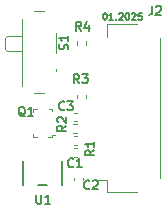
<source format=gbr>
%TF.GenerationSoftware,KiCad,Pcbnew,(6.0.5-0)*%
%TF.CreationDate,2025-01-27T20:14:51-05:00*%
%TF.ProjectId,PICOGAUGEADAPTER,5049434f-4741-4554-9745-414441505445,rev?*%
%TF.SameCoordinates,Original*%
%TF.FileFunction,Legend,Top*%
%TF.FilePolarity,Positive*%
%FSLAX46Y46*%
G04 Gerber Fmt 4.6, Leading zero omitted, Abs format (unit mm)*
G04 Created by KiCad (PCBNEW (6.0.5-0)) date 2025-01-27 20:14:51*
%MOMM*%
%LPD*%
G01*
G04 APERTURE LIST*
%ADD10C,0.130000*%
%ADD11C,0.190000*%
%ADD12C,0.100000*%
%ADD13C,0.120000*%
%ADD14C,0.152400*%
G04 APERTURE END LIST*
D10*
X157980000Y-83687857D02*
X158034285Y-83687857D01*
X158088571Y-83715000D01*
X158115714Y-83742142D01*
X158142857Y-83796428D01*
X158170000Y-83905000D01*
X158170000Y-84040714D01*
X158142857Y-84149285D01*
X158115714Y-84203571D01*
X158088571Y-84230714D01*
X158034285Y-84257857D01*
X157980000Y-84257857D01*
X157925714Y-84230714D01*
X157898571Y-84203571D01*
X157871428Y-84149285D01*
X157844285Y-84040714D01*
X157844285Y-83905000D01*
X157871428Y-83796428D01*
X157898571Y-83742142D01*
X157925714Y-83715000D01*
X157980000Y-83687857D01*
X158712857Y-84257857D02*
X158387142Y-84257857D01*
X158550000Y-84257857D02*
X158550000Y-83687857D01*
X158495714Y-83769285D01*
X158441428Y-83823571D01*
X158387142Y-83850714D01*
X158957142Y-84203571D02*
X158984285Y-84230714D01*
X158957142Y-84257857D01*
X158930000Y-84230714D01*
X158957142Y-84203571D01*
X158957142Y-84257857D01*
X159201428Y-83742142D02*
X159228571Y-83715000D01*
X159282857Y-83687857D01*
X159418571Y-83687857D01*
X159472857Y-83715000D01*
X159500000Y-83742142D01*
X159527142Y-83796428D01*
X159527142Y-83850714D01*
X159500000Y-83932142D01*
X159174285Y-84257857D01*
X159527142Y-84257857D01*
X159880000Y-83687857D02*
X159934285Y-83687857D01*
X159988571Y-83715000D01*
X160015714Y-83742142D01*
X160042857Y-83796428D01*
X160070000Y-83905000D01*
X160070000Y-84040714D01*
X160042857Y-84149285D01*
X160015714Y-84203571D01*
X159988571Y-84230714D01*
X159934285Y-84257857D01*
X159880000Y-84257857D01*
X159825714Y-84230714D01*
X159798571Y-84203571D01*
X159771428Y-84149285D01*
X159744285Y-84040714D01*
X159744285Y-83905000D01*
X159771428Y-83796428D01*
X159798571Y-83742142D01*
X159825714Y-83715000D01*
X159880000Y-83687857D01*
X160287142Y-83742142D02*
X160314285Y-83715000D01*
X160368571Y-83687857D01*
X160504285Y-83687857D01*
X160558571Y-83715000D01*
X160585714Y-83742142D01*
X160612857Y-83796428D01*
X160612857Y-83850714D01*
X160585714Y-83932142D01*
X160260000Y-84257857D01*
X160612857Y-84257857D01*
X161128571Y-83687857D02*
X160857142Y-83687857D01*
X160830000Y-83959285D01*
X160857142Y-83932142D01*
X160911428Y-83905000D01*
X161047142Y-83905000D01*
X161101428Y-83932142D01*
X161128571Y-83959285D01*
X161155714Y-84013571D01*
X161155714Y-84149285D01*
X161128571Y-84203571D01*
X161101428Y-84230714D01*
X161047142Y-84257857D01*
X160911428Y-84257857D01*
X160857142Y-84230714D01*
X160830000Y-84203571D01*
D11*
%TO.C,Q1*%
X151247619Y-92446190D02*
X151175238Y-92410000D01*
X151102857Y-92337619D01*
X150994285Y-92229047D01*
X150921904Y-92192857D01*
X150849523Y-92192857D01*
X150885714Y-92373809D02*
X150813333Y-92337619D01*
X150740952Y-92265238D01*
X150704761Y-92120476D01*
X150704761Y-91867142D01*
X150740952Y-91722380D01*
X150813333Y-91650000D01*
X150885714Y-91613809D01*
X151030476Y-91613809D01*
X151102857Y-91650000D01*
X151175238Y-91722380D01*
X151211428Y-91867142D01*
X151211428Y-92120476D01*
X151175238Y-92265238D01*
X151102857Y-92337619D01*
X151030476Y-92373809D01*
X150885714Y-92373809D01*
X151935238Y-92373809D02*
X151500952Y-92373809D01*
X151718095Y-92373809D02*
X151718095Y-91613809D01*
X151645714Y-91722380D01*
X151573333Y-91794761D01*
X151500952Y-91830952D01*
%TO.C,R4*%
X155983333Y-85183809D02*
X155730000Y-84821904D01*
X155549047Y-85183809D02*
X155549047Y-84423809D01*
X155838571Y-84423809D01*
X155910952Y-84460000D01*
X155947142Y-84496190D01*
X155983333Y-84568571D01*
X155983333Y-84677142D01*
X155947142Y-84749523D01*
X155910952Y-84785714D01*
X155838571Y-84821904D01*
X155549047Y-84821904D01*
X156634761Y-84677142D02*
X156634761Y-85183809D01*
X156453809Y-84387619D02*
X156272857Y-84930476D01*
X156743333Y-84930476D01*
%TO.C,R3*%
X155833333Y-89623809D02*
X155580000Y-89261904D01*
X155399047Y-89623809D02*
X155399047Y-88863809D01*
X155688571Y-88863809D01*
X155760952Y-88900000D01*
X155797142Y-88936190D01*
X155833333Y-89008571D01*
X155833333Y-89117142D01*
X155797142Y-89189523D01*
X155760952Y-89225714D01*
X155688571Y-89261904D01*
X155399047Y-89261904D01*
X156086666Y-88863809D02*
X156557142Y-88863809D01*
X156303809Y-89153333D01*
X156412380Y-89153333D01*
X156484761Y-89189523D01*
X156520952Y-89225714D01*
X156557142Y-89298095D01*
X156557142Y-89479047D01*
X156520952Y-89551428D01*
X156484761Y-89587619D01*
X156412380Y-89623809D01*
X156195238Y-89623809D01*
X156122857Y-89587619D01*
X156086666Y-89551428D01*
%TO.C,C3*%
X154573333Y-91851428D02*
X154537142Y-91887619D01*
X154428571Y-91923809D01*
X154356190Y-91923809D01*
X154247619Y-91887619D01*
X154175238Y-91815238D01*
X154139047Y-91742857D01*
X154102857Y-91598095D01*
X154102857Y-91489523D01*
X154139047Y-91344761D01*
X154175238Y-91272380D01*
X154247619Y-91200000D01*
X154356190Y-91163809D01*
X154428571Y-91163809D01*
X154537142Y-91200000D01*
X154573333Y-91236190D01*
X154826666Y-91163809D02*
X155297142Y-91163809D01*
X155043809Y-91453333D01*
X155152380Y-91453333D01*
X155224761Y-91489523D01*
X155260952Y-91525714D01*
X155297142Y-91598095D01*
X155297142Y-91779047D01*
X155260952Y-91851428D01*
X155224761Y-91887619D01*
X155152380Y-91923809D01*
X154935238Y-91923809D01*
X154862857Y-91887619D01*
X154826666Y-91851428D01*
%TO.C,J2*%
X161996666Y-83083809D02*
X161996666Y-83626666D01*
X161960476Y-83735238D01*
X161888095Y-83807619D01*
X161779523Y-83843809D01*
X161707142Y-83843809D01*
X162322380Y-83156190D02*
X162358571Y-83120000D01*
X162430952Y-83083809D01*
X162611904Y-83083809D01*
X162684285Y-83120000D01*
X162720476Y-83156190D01*
X162756666Y-83228571D01*
X162756666Y-83300952D01*
X162720476Y-83409523D01*
X162286190Y-83843809D01*
X162756666Y-83843809D01*
%TO.C,C1*%
X155323333Y-96671428D02*
X155287142Y-96707619D01*
X155178571Y-96743809D01*
X155106190Y-96743809D01*
X154997619Y-96707619D01*
X154925238Y-96635238D01*
X154889047Y-96562857D01*
X154852857Y-96418095D01*
X154852857Y-96309523D01*
X154889047Y-96164761D01*
X154925238Y-96092380D01*
X154997619Y-96020000D01*
X155106190Y-95983809D01*
X155178571Y-95983809D01*
X155287142Y-96020000D01*
X155323333Y-96056190D01*
X156047142Y-96743809D02*
X155612857Y-96743809D01*
X155830000Y-96743809D02*
X155830000Y-95983809D01*
X155757619Y-96092380D01*
X155685238Y-96164761D01*
X155612857Y-96200952D01*
%TO.C,R2*%
X154733809Y-93216666D02*
X154371904Y-93470000D01*
X154733809Y-93650952D02*
X153973809Y-93650952D01*
X153973809Y-93361428D01*
X154010000Y-93289047D01*
X154046190Y-93252857D01*
X154118571Y-93216666D01*
X154227142Y-93216666D01*
X154299523Y-93252857D01*
X154335714Y-93289047D01*
X154371904Y-93361428D01*
X154371904Y-93650952D01*
X154046190Y-92927142D02*
X154010000Y-92890952D01*
X153973809Y-92818571D01*
X153973809Y-92637619D01*
X154010000Y-92565238D01*
X154046190Y-92529047D01*
X154118571Y-92492857D01*
X154190952Y-92492857D01*
X154299523Y-92529047D01*
X154733809Y-92963333D01*
X154733809Y-92492857D01*
%TO.C,R1*%
X157113809Y-95306666D02*
X156751904Y-95560000D01*
X157113809Y-95740952D02*
X156353809Y-95740952D01*
X156353809Y-95451428D01*
X156390000Y-95379047D01*
X156426190Y-95342857D01*
X156498571Y-95306666D01*
X156607142Y-95306666D01*
X156679523Y-95342857D01*
X156715714Y-95379047D01*
X156751904Y-95451428D01*
X156751904Y-95740952D01*
X157113809Y-94582857D02*
X157113809Y-95017142D01*
X157113809Y-94800000D02*
X156353809Y-94800000D01*
X156462380Y-94872380D01*
X156534761Y-94944761D01*
X156570952Y-95017142D01*
%TO.C,U1*%
X152200952Y-99083809D02*
X152200952Y-99699047D01*
X152237142Y-99771428D01*
X152273333Y-99807619D01*
X152345714Y-99843809D01*
X152490476Y-99843809D01*
X152562857Y-99807619D01*
X152599047Y-99771428D01*
X152635238Y-99699047D01*
X152635238Y-99083809D01*
X153395238Y-99843809D02*
X152960952Y-99843809D01*
X153178095Y-99843809D02*
X153178095Y-99083809D01*
X153105714Y-99192380D01*
X153033333Y-99264761D01*
X152960952Y-99300952D01*
%TO.C,C2*%
X156693333Y-98531428D02*
X156657142Y-98567619D01*
X156548571Y-98603809D01*
X156476190Y-98603809D01*
X156367619Y-98567619D01*
X156295238Y-98495238D01*
X156259047Y-98422857D01*
X156222857Y-98278095D01*
X156222857Y-98169523D01*
X156259047Y-98024761D01*
X156295238Y-97952380D01*
X156367619Y-97880000D01*
X156476190Y-97843809D01*
X156548571Y-97843809D01*
X156657142Y-97880000D01*
X156693333Y-97916190D01*
X156982857Y-97916190D02*
X157019047Y-97880000D01*
X157091428Y-97843809D01*
X157272380Y-97843809D01*
X157344761Y-97880000D01*
X157380952Y-97916190D01*
X157417142Y-97988571D01*
X157417142Y-98060952D01*
X157380952Y-98169523D01*
X156946666Y-98603809D01*
X157417142Y-98603809D01*
%TO.C,S1*%
X154867619Y-86759047D02*
X154903809Y-86650476D01*
X154903809Y-86469523D01*
X154867619Y-86397142D01*
X154831428Y-86360952D01*
X154759047Y-86324761D01*
X154686666Y-86324761D01*
X154614285Y-86360952D01*
X154578095Y-86397142D01*
X154541904Y-86469523D01*
X154505714Y-86614285D01*
X154469523Y-86686666D01*
X154433333Y-86722857D01*
X154360952Y-86759047D01*
X154288571Y-86759047D01*
X154216190Y-86722857D01*
X154180000Y-86686666D01*
X154143809Y-86614285D01*
X154143809Y-86433333D01*
X154180000Y-86324761D01*
X154903809Y-85600952D02*
X154903809Y-86035238D01*
X154903809Y-85818095D02*
X154143809Y-85818095D01*
X154252380Y-85890476D01*
X154324761Y-85962857D01*
X154360952Y-86035238D01*
D12*
%TO.C,Q1*%
X152250000Y-94200000D02*
X151950000Y-94200000D01*
X153150000Y-94200000D02*
X153550000Y-94200000D01*
X151950000Y-91800000D02*
X151950000Y-92100000D01*
X152250000Y-91800000D02*
X151950000Y-91800000D01*
X153550000Y-94200000D02*
X153550000Y-94000000D01*
X153550000Y-94000000D02*
X153750000Y-94000000D01*
X153550000Y-91800000D02*
X153250000Y-91800000D01*
X151950000Y-94200000D02*
X151950000Y-93900000D01*
X153550000Y-92000000D02*
X153550000Y-91800000D01*
D13*
%TO.C,R4*%
X155620000Y-86096359D02*
X155620000Y-86403641D01*
X156380000Y-86096359D02*
X156380000Y-86403641D01*
%TO.C,R3*%
X156380000Y-90903641D02*
X156380000Y-90596359D01*
X155620000Y-90903641D02*
X155620000Y-90596359D01*
%TO.C,C3*%
X155607836Y-92140000D02*
X155392164Y-92140000D01*
X155607836Y-92860000D02*
X155392164Y-92860000D01*
%TO.C,J2*%
X162685000Y-97690000D02*
X162685000Y-85810000D01*
X160715000Y-84640000D02*
X158215000Y-84640000D01*
X158215000Y-97810000D02*
X157225000Y-97810000D01*
X158215000Y-84640000D02*
X158215000Y-85690000D01*
X158215000Y-98860000D02*
X158215000Y-97810000D01*
X160715000Y-98860000D02*
X158215000Y-98860000D01*
%TO.C,C1*%
X155607836Y-95860000D02*
X155392164Y-95860000D01*
X155607836Y-95140000D02*
X155392164Y-95140000D01*
%TO.C,R2*%
X155653641Y-93120000D02*
X155346359Y-93120000D01*
X155653641Y-93880000D02*
X155346359Y-93880000D01*
%TO.C,R1*%
X155356359Y-94880000D02*
X155663641Y-94880000D01*
X155356359Y-94120000D02*
X155663641Y-94120000D01*
D14*
%TO.C,U1*%
X154401000Y-98253300D02*
X154401000Y-96246700D01*
X151099000Y-96246700D02*
X151099000Y-98253300D01*
X152361380Y-98253300D02*
X153138620Y-98253300D01*
D13*
%TO.C,C2*%
X156110000Y-97642164D02*
X156110000Y-97857836D01*
X155390000Y-97642164D02*
X155390000Y-97857836D01*
%TO.C,S1*%
X151020000Y-85600000D02*
X149730000Y-85600000D01*
X153870000Y-88400000D02*
X153870000Y-88600000D01*
X152820000Y-83550000D02*
X152030000Y-83550000D01*
X149730000Y-85600000D02*
X149520000Y-85800000D01*
X149730000Y-86900000D02*
X149520000Y-86700000D01*
X151020000Y-84150000D02*
X151020000Y-89850000D01*
X149730000Y-86900000D02*
X151020000Y-86900000D01*
X152030000Y-90450000D02*
X152820000Y-90450000D01*
X149520000Y-85800000D02*
X149520000Y-86700000D01*
X153870000Y-85400000D02*
X153870000Y-87100000D01*
%TD*%
M02*

</source>
